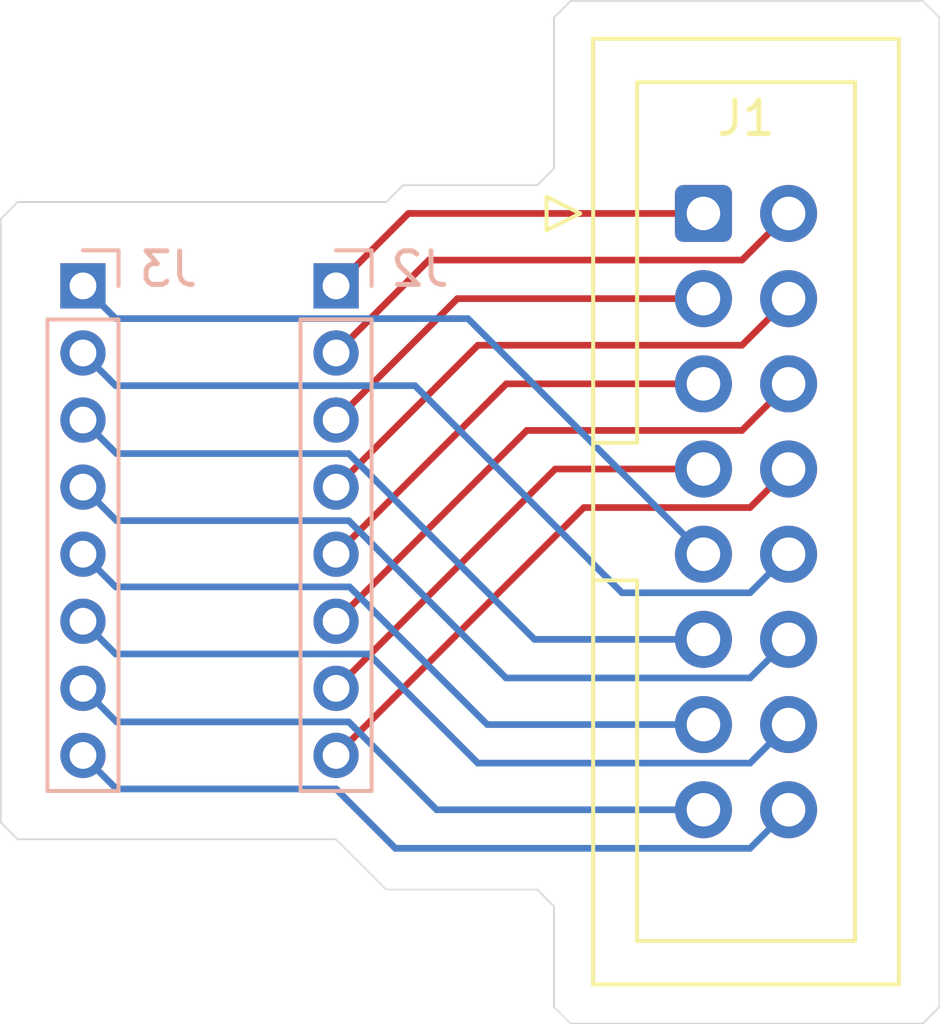
<source format=kicad_pcb>
(kicad_pcb (version 20240108) (generator "pcbnew") (generator_version "8.0")
  (layers (0 "F.Cu" signal) (31 "B.Cu" signal) (34 "B.Paste" user) (35 "F.Paste" user) (36 "B.SilkS" user "B.Silkscreen") (37 "F.SilkS" user "F.Silkscreen") (38 "B.Mask" user) (39 "F.Mask" user) (44 "Edge.Cuts" user))
  (net 0 "")
  (net 1 "Net-(J1-Pin_5)")
  (net 2 "Net-(J1-Pin_15)")
  (net 3 "Net-(J1-Pin_2)")
  (net 4 "Net-(J1-Pin_4)")
  (net 5 "Net-(J1-Pin_8)")
  (net 6 "Net-(J1-Pin_6)")
  (net 7 "Net-(J1-Pin_11)")
  (net 8 "Net-(J1-Pin_9)")
  (net 9 "Net-(J1-Pin_10)")
  (net 10 "Net-(J1-Pin_12)")
  (net 11 "Net-(J1-Pin_1)")
  (net 12 "Net-(J1-Pin_13)")
  (net 13 "Net-(J1-Pin_3)")
  (net 14 "Net-(J1-Pin_14)")
  (net 15 "Net-(J1-Pin_16)")
  (net 16 "Net-(J1-Pin_7)")
  (footprint "Connector_IDC:IDC-Header_2x08_P2.54mm_Vertical" (layer "F.Cu") (at 103.96 60.84)
    (property "Reference" "J1" (at 1.27 -2.84 0) (layer "F.SilkS"))
    (property "Value" "Conn_02x08_Top_Bottom")
    (fp_line (start -4.68 -0.5) (end -4.68 0.5) (stroke (width 0.12)) (layer "F.SilkS"))
    (fp_line (start -4.68 0.5) (end -3.68 0) (stroke (width 0.12)) (layer "F.SilkS"))
    (fp_line (start -3.68 0) (end -4.68 -0.5) (stroke (width 0.12)) (layer "F.SilkS"))
    (fp_line (start -3.29 -5.21) (end 5.83 -5.21) (stroke (width 0.12)) (layer "F.SilkS"))
    (fp_line (start -3.29 6.84) (end -1.98 6.84) (stroke (width 0.12)) (layer "F.SilkS"))
    (fp_line (start -3.29 22.99) (end -3.29 -5.21) (stroke (width 0.12)) (layer "F.SilkS"))
    (fp_line (start -1.98 -3.91) (end 4.52 -3.91) (stroke (width 0.12)) (layer "F.SilkS"))
    (fp_line (start -1.98 6.84) (end -1.98 -3.91) (stroke (width 0.12)) (layer "F.SilkS"))
    (fp_line (start -1.98 10.94) (end -3.29 10.94) (stroke (width 0.12)) (layer "F.SilkS"))
    (fp_line (start -1.98 10.94) (end -1.98 10.94) (stroke (width 0.12)) (layer "F.SilkS"))
    (fp_line (start -1.98 21.69) (end -1.98 10.94) (stroke (width 0.12)) (layer "F.SilkS"))
    (fp_line (start 4.52 -3.91) (end 4.52 21.69) (stroke (width 0.12)) (layer "F.SilkS"))
    (fp_line (start 4.52 21.69) (end -1.98 21.69) (stroke (width 0.12)) (layer "F.SilkS"))
    (fp_line (start 5.83 -5.21) (end 5.83 22.99) (stroke (width 0.12)) (layer "F.SilkS"))
    (fp_line (start 5.83 22.99) (end -3.29 22.99) (stroke (width 0.12)) (layer "F.SilkS"))
    (pad "1" thru_hole roundrect (at 0 0) (size 1.7 1.7) (drill 1) (layers "*.Cu" "*.Mask") (roundrect_rratio 0.1470588235) (net 11 "Net-(J1-Pin_1)"))
    (pad "2" thru_hole circle (at 2.54 0) (size 1.7 1.7) (drill 1) (layers "*.Cu" "*.Mask") (net 3 "Net-(J1-Pin_2)"))
    (pad "3" thru_hole circle (at 0 2.54) (size 1.7 1.7) (drill 1) (layers "*.Cu" "*.Mask") (net 13 "Net-(J1-Pin_3)"))
    (pad "4" thru_hole circle (at 2.54 2.54) (size 1.7 1.7) (drill 1) (layers "*.Cu" "*.Mask") (net 4 "Net-(J1-Pin_4)"))
    (pad "5" thru_hole circle (at 0 5.08) (size 1.7 1.7) (drill 1) (layers "*.Cu" "*.Mask") (net 1 "Net-(J1-Pin_5)"))
    (pad "6" thru_hole circle (at 2.54 5.08) (size 1.7 1.7) (drill 1) (layers "*.Cu" "*.Mask") (net 6 "Net-(J1-Pin_6)"))
    (pad "7" thru_hole circle (at 0 7.62) (size 1.7 1.7) (drill 1) (layers "*.Cu" "*.Mask") (net 16 "Net-(J1-Pin_7)"))
    (pad "8" thru_hole circle (at 2.54 7.62) (size 1.7 1.7) (drill 1) (layers "*.Cu" "*.Mask") (net 5 "Net-(J1-Pin_8)"))
    (pad "9" thru_hole circle (at 0 10.16) (size 1.7 1.7) (drill 1) (layers "*.Cu" "*.Mask") (net 8 "Net-(J1-Pin_9)"))
    (pad "10" thru_hole circle (at 2.54 10.16) (size 1.7 1.7) (drill 1) (layers "*.Cu" "*.Mask") (net 9 "Net-(J1-Pin_10)"))
    (pad "11" thru_hole circle (at 0 12.7) (size 1.7 1.7) (drill 1) (layers "*.Cu" "*.Mask") (net 7 "Net-(J1-Pin_11)"))
    (pad "12" thru_hole circle (at 2.54 12.7) (size 1.7 1.7) (drill 1) (layers "*.Cu" "*.Mask") (net 10 "Net-(J1-Pin_12)"))
    (pad "13" thru_hole circle (at 0 15.24) (size 1.7 1.7) (drill 1) (layers "*.Cu" "*.Mask") (net 12 "Net-(J1-Pin_13)"))
    (pad "14" thru_hole circle (at 2.54 15.24) (size 1.7 1.7) (drill 1) (layers "*.Cu" "*.Mask") (net 14 "Net-(J1-Pin_14)"))
    (pad "15" thru_hole circle (at 0 17.78) (size 1.7 1.7) (drill 1) (layers "*.Cu" "*.Mask") (net 2 "Net-(J1-Pin_15)"))
    (pad "16" thru_hole circle (at 2.54 17.78) (size 1.7 1.7) (drill 1) (layers "*.Cu" "*.Mask") (net 15 "Net-(J1-Pin_16)"))
  )
  (footprint "Connector_PinHeader_2.00mm:PinHeader_1x08_P2.00mm_Vertical" (layer "B.Cu") (at 93 63 180)
    (property "Reference" "J2" (at -2.5 0.5 180) (layer "B.SilkS") (effects (justify mirror)))
    (property "Value" "Conn_01x08")
    (fp_line (start 1.06 -1) (end -1.06 -1) (stroke (width 0.12)) (layer "B.SilkS"))
    (fp_line (start 1.06 -15.06) (end 1.06 -1) (stroke (width 0.12)) (layer "B.SilkS"))
    (fp_line (start 1.06 -15.06) (end -1.06 -15.06) (stroke (width 0.12)) (layer "B.SilkS"))
    (fp_line (start 0 1.06) (end -1.06 1.06) (stroke (width 0.12)) (layer "B.SilkS"))
    (fp_line (start -1.06 1.06) (end -1.06 0) (stroke (width 0.12)) (layer "B.SilkS"))
    (fp_line (start -1.06 -15.06) (end -1.06 -1) (stroke (width 0.12)) (layer "B.SilkS"))
    (pad "1" thru_hole rect (at 0 0 180) (size 1.35 1.35) (drill 0.8) (layers "*.Cu" "*.Mask") (net 11 "Net-(J1-Pin_1)"))
    (pad "2" thru_hole oval (at 0 -2 180) (size 1.35 1.35) (drill 0.8) (layers "*.Cu" "*.Mask") (net 3 "Net-(J1-Pin_2)"))
    (pad "3" thru_hole oval (at 0 -4 180) (size 1.35 1.35) (drill 0.8) (layers "*.Cu" "*.Mask") (net 13 "Net-(J1-Pin_3)"))
    (pad "4" thru_hole oval (at 0 -6 180) (size 1.35 1.35) (drill 0.8) (layers "*.Cu" "*.Mask") (net 4 "Net-(J1-Pin_4)"))
    (pad "5" thru_hole oval (at 0 -8 180) (size 1.35 1.35) (drill 0.8) (layers "*.Cu" "*.Mask") (net 1 "Net-(J1-Pin_5)"))
    (pad "6" thru_hole oval (at 0 -10 180) (size 1.35 1.35) (drill 0.8) (layers "*.Cu" "*.Mask") (net 6 "Net-(J1-Pin_6)"))
    (pad "7" thru_hole oval (at 0 -12 180) (size 1.35 1.35) (drill 0.8) (layers "*.Cu" "*.Mask") (net 16 "Net-(J1-Pin_7)"))
    (pad "8" thru_hole oval (at 0 -14 180) (size 1.35 1.35) (drill 0.8) (layers "*.Cu" "*.Mask") (net 5 "Net-(J1-Pin_8)"))
  )
  (footprint "Connector_PinHeader_2.00mm:PinHeader_1x08_P2.00mm_Vertical" (layer "B.Cu") (at 85.45 63 180)
    (property "Reference" "J3" (at -2.55 0.5 180) (layer "B.SilkS") (effects (justify mirror)))
    (property "Value" "Conn_01x08")
    (fp_line (start 1.06 -1) (end -1.06 -1) (stroke (width 0.12)) (layer "B.SilkS"))
    (fp_line (start 1.06 -15.06) (end 1.06 -1) (stroke (width 0.12)) (layer "B.SilkS"))
    (fp_line (start 1.06 -15.06) (end -1.06 -15.06) (stroke (width 0.12)) (layer "B.SilkS"))
    (fp_line (start 0 1.06) (end -1.06 1.06) (stroke (width 0.12)) (layer "B.SilkS"))
    (fp_line (start -1.06 1.06) (end -1.06 0) (stroke (width 0.12)) (layer "B.SilkS"))
    (fp_line (start -1.06 -15.06) (end -1.06 -1) (stroke (width 0.12)) (layer "B.SilkS"))
    (pad "1" thru_hole rect (at 0 0 180) (size 1.35 1.35) (drill 0.8) (layers "*.Cu" "*.Mask") (net 8 "Net-(J1-Pin_9)"))
    (pad "2" thru_hole oval (at 0 -2 180) (size 1.35 1.35) (drill 0.8) (layers "*.Cu" "*.Mask") (net 9 "Net-(J1-Pin_10)"))
    (pad "3" thru_hole oval (at 0 -4 180) (size 1.35 1.35) (drill 0.8) (layers "*.Cu" "*.Mask") (net 7 "Net-(J1-Pin_11)"))
    (pad "4" thru_hole oval (at 0 -6 180) (size 1.35 1.35) (drill 0.8) (layers "*.Cu" "*.Mask") (net 10 "Net-(J1-Pin_12)"))
    (pad "5" thru_hole oval (at 0 -8 180) (size 1.35 1.35) (drill 0.8) (layers "*.Cu" "*.Mask") (net 12 "Net-(J1-Pin_13)"))
    (pad "6" thru_hole oval (at 0 -10 180) (size 1.35 1.35) (drill 0.8) (layers "*.Cu" "*.Mask") (net 14 "Net-(J1-Pin_14)"))
    (pad "7" thru_hole oval (at 0 -12 180) (size 1.35 1.35) (drill 0.8) (layers "*.Cu" "*.Mask") (net 2 "Net-(J1-Pin_15)"))
    (pad "8" thru_hole oval (at 0 -14 180) (size 1.35 1.35) (drill 0.8) (layers "*.Cu" "*.Mask") (net 15 "Net-(J1-Pin_16)"))
  )
  (gr_line (start 99.5 55) (end 99.5 59.5) (stroke (width 0.05)) (layer "Edge.Cuts"))
  (gr_line (start 99.5 84.5) (end 100 85) (stroke (width 0.05)) (layer "Edge.Cuts"))
  (gr_line (start 99.5 81.5) (end 99.5 84.5) (stroke (width 0.05)) (layer "Edge.Cuts"))
  (gr_line (start 99.5 59.5) (end 99 60) (stroke (width 0.05)) (layer "Edge.Cuts"))
  (gr_line (start 110.5 85) (end 111 84.5) (stroke (width 0.05)) (layer "Edge.Cuts"))
  (gr_line (start 111 55) (end 110.5 54.5) (stroke (width 0.05)) (layer "Edge.Cuts"))
  (gr_line (start 83 61) (end 83 79) (stroke (width 0.05)) (layer "Edge.Cuts"))
  (gr_line (start 94.5 60.5) (end 83.5 60.5) (stroke (width 0.05)) (layer "Edge.Cuts"))
  (gr_line (start 83.5 79.5) (end 93 79.5) (stroke (width 0.05)) (layer "Edge.Cuts"))
  (gr_line (start 99 60) (end 95 60) (stroke (width 0.05)) (layer "Edge.Cuts"))
  (gr_line (start 83.5 60.5) (end 83 61) (stroke (width 0.05)) (layer "Edge.Cuts"))
  (gr_line (start 99 81) (end 99.5 81.5) (stroke (width 0.05)) (layer "Edge.Cuts"))
  (gr_line (start 100 54.5) (end 99.5 55) (stroke (width 0.05)) (layer "Edge.Cuts"))
  (gr_line (start 94.5 81) (end 99 81) (stroke (width 0.05)) (layer "Edge.Cuts"))
  (gr_line (start 100 85) (end 110.5 85) (stroke (width 0.05)) (layer "Edge.Cuts"))
  (gr_line (start 83 79) (end 83.5 79.5) (stroke (width 0.05)) (layer "Edge.Cuts"))
  (gr_line (start 93 79.5) (end 94.5 81) (stroke (width 0.05)) (layer "Edge.Cuts"))
  (gr_line (start 95 60) (end 94.5 60.5) (stroke (width 0.05)) (layer "Edge.Cuts"))
  (gr_line (start 111 84.5) (end 111 55) (stroke (width 0.05)) (layer "Edge.Cuts"))
  (gr_line (start 110.5 54.5) (end 100 54.5) (stroke (width 0.05)) (layer "Edge.Cuts"))
  (segment (start 103.96 65.92) (end 98.08 65.92) (width 0.2) (layer "F.Cu") (net 1))
  (segment (start 98.08 65.92) (end 93 71) (width 0.2) (layer "F.Cu") (net 1))
  (segment (start 103.96 78.62) (end 95.998859 78.62) (width 0.2) (layer "B.Cu") (net 2))
  (segment (start 93.378859 76) (end 86.45 76) (width 0.2) (layer "B.Cu") (net 2))
  (segment (start 86.45 76) (end 85.45 75) (width 0.2) (layer "B.Cu") (net 2))
  (segment (start 95.998859 78.62) (end 93.378859 76) (width 0.2) (layer "B.Cu") (net 2))
  (segment (start 106.5 60.84) (end 105.11 62.23) (width 0.2) (layer "F.Cu") (net 3))
  (segment (start 105.11 62.23) (end 95.77 62.23) (width 0.2) (layer "F.Cu") (net 3))
  (segment (start 95.77 62.23) (end 93 65) (width 0.2) (layer "F.Cu") (net 3))
  (segment (start 97.23 64.77) (end 93 69) (width 0.2) (layer "F.Cu") (net 4))
  (segment (start 106.5 63.38) (end 105.11 64.77) (width 0.2) (layer "F.Cu") (net 4))
  (segment (start 105.11 64.77) (end 97.23 64.77) (width 0.2) (layer "F.Cu") (net 4))
  (segment (start 100.39 69.61) (end 93 77) (width 0.2) (layer "F.Cu") (net 5))
  (segment (start 105.35 69.61) (end 100.39 69.61) (width 0.2) (layer "F.Cu") (net 5))
  (segment (start 106.5 68.46) (end 105.35 69.61) (width 0.2) (layer "F.Cu") (net 5))
  (segment (start 105.11 67.31) (end 98.69 67.31) (width 0.2) (layer "F.Cu") (net 6))
  (segment (start 106.5 65.92) (end 105.11 67.31) (width 0.2) (layer "F.Cu") (net 6))
  (segment (start 98.69 67.31) (end 93 73) (width 0.2) (layer "F.Cu") (net 6))
  (segment (start 93.378859 68) (end 86.45 68) (width 0.2) (layer "B.Cu") (net 7))
  (segment (start 86.45 68) (end 85.45 67) (width 0.2) (layer "B.Cu") (net 7))
  (segment (start 103.96 73.54) (end 98.918859 73.54) (width 0.2) (layer "B.Cu") (net 7))
  (segment (start 98.918859 73.54) (end 93.378859 68) (width 0.2) (layer "B.Cu") (net 7))
  (segment (start 86.425 63.975) (end 85.45 63) (width 0.2) (layer "B.Cu") (net 8))
  (segment (start 103.96 71) (end 96.935 63.975) (width 0.2) (layer "B.Cu") (net 8))
  (segment (start 96.935 63.975) (end 86.425 63.975) (width 0.2) (layer "B.Cu") (net 8))
  (segment (start 86.425 65.975) (end 85.45 65) (width 0.2) (layer "B.Cu") (net 9))
  (segment (start 106.5 71) (end 105.35 72.15) (width 0.2) (layer "B.Cu") (net 9))
  (segment (start 95.353859 65.975) (end 86.425 65.975) (width 0.2) (layer "B.Cu") (net 9))
  (segment (start 101.528859 72.15) (end 95.353859 65.975) (width 0.2) (layer "B.Cu") (net 9))
  (segment (start 105.35 72.15) (end 101.528859 72.15) (width 0.2) (layer "B.Cu") (net 9))
  (segment (start 86.45 70) (end 85.45 69) (width 0.2) (layer "B.Cu") (net 10))
  (segment (start 93.378859 70) (end 86.45 70) (width 0.2) (layer "B.Cu") (net 10))
  (segment (start 105.35 74.69) (end 98.068859 74.69) (width 0.2) (layer "B.Cu") (net 10))
  (segment (start 98.068859 74.69) (end 93.378859 70) (width 0.2) (layer "B.Cu") (net 10))
  (segment (start 106.5 73.54) (end 105.35 74.69) (width 0.2) (layer "B.Cu") (net 10))
  (segment (start 103.96 60.84) (end 95.16 60.84) (width 0.2) (layer "F.Cu") (net 11))
  (segment (start 95.16 60.84) (end 93 63) (width 0.2) (layer "F.Cu") (net 11))
  (segment (start 97.508859 76.08) (end 93.403859 71.975) (width 0.2) (layer "B.Cu") (net 12))
  (segment (start 103.96 76.08) (end 97.508859 76.08) (width 0.2) (layer "B.Cu") (net 12))
  (segment (start 86.425 71.975) (end 85.45 71) (width 0.2) (layer "B.Cu") (net 12))
  (segment (start 93.403859 71.975) (end 86.425 71.975) (width 0.2) (layer "B.Cu") (net 12))
  (segment (start 96.62 63.38) (end 93 67) (width 0.2) (layer "F.Cu") (net 13))
  (segment (start 103.96 63.38) (end 96.62 63.38) (width 0.2) (layer "F.Cu") (net 13))
  (segment (start 93.974999 73.975) (end 86.425 73.975) (width 0.2) (layer "B.Cu") (net 14))
  (segment (start 97.229999 77.23) (end 93.974999 73.975) (width 0.2) (layer "B.Cu") (net 14))
  (segment (start 106.5 76.08) (end 105.35 77.23) (width 0.2) (layer "B.Cu") (net 14))
  (segment (start 105.35 77.23) (end 97.229999 77.23) (width 0.2) (layer "B.Cu") (net 14))
  (segment (start 86.425 73.975) (end 85.45 73) (width 0.2) (layer "B.Cu") (net 14))
  (segment (start 93 78) (end 86.45 78) (width 0.2) (layer "B.Cu") (net 15))
  (segment (start 105.35 79.77) (end 94.77 79.77) (width 0.2) (layer "B.Cu") (net 15))
  (segment (start 106.5 78.62) (end 105.35 79.77) (width 0.2) (layer "B.Cu") (net 15))
  (segment (start 86.45 78) (end 85.45 77) (width 0.2) (layer "B.Cu") (net 15))
  (segment (start 94.77 79.77) (end 93 78) (width 0.2) (layer "B.Cu") (net 15))
  (segment (start 99.54 68.46) (end 93 75) (width 0.2) (layer "F.Cu") (net 16))
  (segment (start 103.96 68.46) (end 99.54 68.46) (width 0.2) (layer "F.Cu") (net 16))
)
</source>
